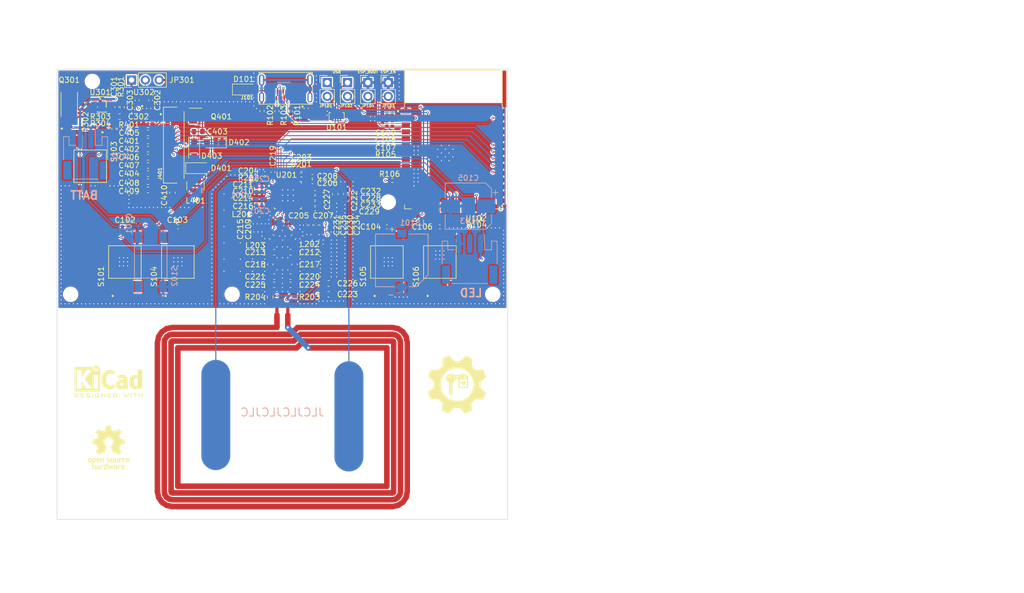
<source format=kicad_pcb>
(kicad_pcb (version 20211014) (generator pcbnew)

  (general
    (thickness 1.59)
  )

  (paper "A4")
  (layers
    (0 "F.Cu" signal)
    (1 "In1.Cu" power)
    (2 "In2.Cu" power)
    (31 "B.Cu" signal)
    (32 "B.Adhes" user "B.Adhesive")
    (33 "F.Adhes" user "F.Adhesive")
    (34 "B.Paste" user)
    (35 "F.Paste" user)
    (36 "B.SilkS" user "B.Silkscreen")
    (37 "F.SilkS" user "F.Silkscreen")
    (38 "B.Mask" user)
    (39 "F.Mask" user)
    (40 "Dwgs.User" user "User.Drawings")
    (41 "Cmts.User" user "User.Comments")
    (42 "Eco1.User" user "User.Eco1")
    (43 "Eco2.User" user "User.Eco2")
    (44 "Edge.Cuts" user)
    (45 "Margin" user)
    (46 "B.CrtYd" user "B.Courtyard")
    (47 "F.CrtYd" user "F.Courtyard")
    (48 "B.Fab" user)
    (49 "F.Fab" user)
    (50 "User.1" user)
    (51 "User.2" user)
    (52 "User.3" user)
    (53 "User.4" user)
    (54 "User.5" user)
    (55 "User.6" user)
    (56 "User.7" user)
    (57 "User.8" user)
    (58 "User.9" user)
  )

  (setup
    (stackup
      (layer "F.SilkS" (type "Top Silk Screen") (color "White"))
      (layer "F.Paste" (type "Top Solder Paste"))
      (layer "F.Mask" (type "Top Solder Mask") (color "Green") (thickness 0.01))
      (layer "F.Cu" (type "copper") (thickness 0.035))
      (layer "dielectric 1" (type "core") (thickness 0.2) (material "FR4") (epsilon_r 4.6) (loss_tangent 0.02))
      (layer "In1.Cu" (type "copper") (thickness 0.0175))
      (layer "dielectric 2" (type "prepreg") (thickness 1.065) (material "FR4") (epsilon_r 4.6) (loss_tangent 0.02))
      (layer "In2.Cu" (type "copper") (thickness 0.0175))
      (layer "dielectric 3" (type "core") (thickness 0.2) (material "FR4") (epsilon_r 4.6) (loss_tangent 0.02))
      (layer "B.Cu" (type "copper") (thickness 0.035))
      (layer "B.Mask" (type "Bottom Solder Mask") (color "Green") (thickness 0.01))
      (layer "B.Paste" (type "Bottom Solder Paste"))
      (layer "B.SilkS" (type "Bottom Silk Screen") (color "White"))
      (copper_finish "ENIG")
      (dielectric_constraints yes)
    )
    (pad_to_mask_clearance 0.05)
    (solder_mask_min_width 0.2)
    (pcbplotparams
      (layerselection 0x00010fc_ffffffff)
      (disableapertmacros false)
      (usegerberextensions true)
      (usegerberattributes true)
      (usegerberadvancedattributes true)
      (creategerberjobfile true)
      (svguseinch false)
      (svgprecision 6)
      (excludeedgelayer true)
      (plotframeref false)
      (viasonmask false)
      (mode 1)
      (useauxorigin false)
      (hpglpennumber 1)
      (hpglpenspeed 20)
      (hpglpendiameter 15.000000)
      (dxfpolygonmode true)
      (dxfimperialunits true)
      (dxfusepcbnewfont true)
      (psnegative false)
      (psa4output false)
      (plotreference true)
      (plotvalue true)
      (plotinvisibletext false)
      (sketchpadsonfab false)
      (subtractmaskfromsilk true)
      (outputformat 1)
      (mirror false)
      (drillshape 0)
      (scaleselection 1)
      (outputdirectory "out/")
    )
  )

  (net 0 "")
  (net 1 "Net-(AE202-Pad1)")
  (net 2 "Net-(AE202-Pad2)")
  (net 3 "GND")
  (net 4 "+3V3")
  (net 5 "Net-(C404-Pad2)")
  (net 6 "Net-(C405-Pad2)")
  (net 7 "Net-(C406-Pad2)")
  (net 8 "Net-(C407-Pad2)")
  (net 9 "Net-(C408-Pad2)")
  (net 10 "Net-(C409-Pad2)")
  (net 11 "+5V")
  (net 12 "USB_VBUS")
  (net 13 "MISO")
  (net 14 "MOSI")
  (net 15 "Net-(C209-Pad1)")
  (net 16 "Net-(C210-Pad1)")
  (net 17 "USB_D+")
  (net 18 "USB_D-")
  (net 19 "LED_DATA")
  (net 20 "+BATT")
  (net 21 "-BATT")
  (net 22 "SCLK")
  (net 23 "Net-(J401-Pad1)")
  (net 24 "unconnected-(J401-Pad6)")
  (net 25 "unconnected-(J401-Pad7)")
  (net 26 "DISP_BS")
  (net 27 "DISP_BUSY_N")
  (net 28 "DISP_RST")
  (net 29 "DISP_DC")
  (net 30 "DISP_SS_N")
  (net 31 "NFC_SS_N")
  (net 32 "NFC_IRQ")
  (net 33 "unconnected-(J401-Pad17)")
  (net 34 "unconnected-(J401-Pad19)")
  (net 35 "BUZZER")
  (net 36 "unconnected-(Q301-Pad1)")
  (net 37 "Net-(Q301-Pad4)")
  (net 38 "Net-(Q301-Pad5)")
  (net 39 "unconnected-(S101-Pad2)")
  (net 40 "unconnected-(S101-Pad1)")
  (net 41 "SW1")
  (net 42 "unconnected-(S102-Pad2)")
  (net 43 "unconnected-(J101-PadA1)")
  (net 44 "SW5")
  (net 45 "unconnected-(J101-PadA2)")
  (net 46 "unconnected-(J101-PadA3)")
  (net 47 "unconnected-(S104-Pad2)")
  (net 48 "unconnected-(S104-Pad1)")
  (net 49 "SW2")
  (net 50 "unconnected-(S105-Pad2)")
  (net 51 "Net-(J101-PadA5)")
  (net 52 "SW3")
  (net 53 "unconnected-(J101-PadA8)")
  (net 54 "unconnected-(J101-PadA10)")
  (net 55 "SW4")
  (net 56 "ESP_EN")
  (net 57 "ESP_BOOT")
  (net 58 "unconnected-(J101-PadA11)")
  (net 59 "ESP_D-")
  (net 60 "ESP_D+")
  (net 61 "unconnected-(J101-PadB1)")
  (net 62 "unconnected-(J101-PadB2)")
  (net 63 "SENSE_BAT")
  (net 64 "Net-(C212-Pad1)")
  (net 65 "/NFC/RFO1")
  (net 66 "/NFC/RFO2")
  (net 67 "/NFC/TRIM1_3")
  (net 68 "/NFC/TRIM2_3")
  (net 69 "/NFC/TRIM1_2")
  (net 70 "/NFC/TRIM2_2")
  (net 71 "Net-(R201-Pad2)")
  (net 72 "unconnected-(U201-Pad28)")
  (net 73 "Net-(R202-Pad2)")
  (net 74 "Net-(C213-Pad2)")
  (net 75 "Net-(C202-Pad2)")
  (net 76 "Net-(C201-Pad2)")
  (net 77 "/NFC/TRIM1_1")
  (net 78 "/NFC/TRIM2_1")
  (net 79 "/NFC/TRIM1_0")
  (net 80 "/NFC/TRIM2_0")
  (net 81 "/NFC/RFI1")
  (net 82 "/NFC/RFI2")
  (net 83 "Net-(C214-Pad1)")
  (net 84 "Net-(R302-Pad1)")
  (net 85 "unconnected-(U301-Pad4)")
  (net 86 "Net-(C301-Pad1)")
  (net 87 "Net-(AE201-Pad1)")
  (net 88 "Net-(AE201-Pad2)")
  (net 89 "Net-(C205-Pad1)")
  (net 90 "Net-(C206-Pad2)")
  (net 91 "TRIM1")
  (net 92 "TRIM2")
  (net 93 "Net-(C403-Pad1)")
  (net 94 "Net-(C403-Pad2)")
  (net 95 "unconnected-(J401-Pad4)")
  (net 96 "Net-(J401-Pad3)")
  (net 97 "unconnected-(J101-PadB3)")
  (net 98 "Net-(J101-PadB5)")
  (net 99 "unconnected-(J101-PadB8)")
  (net 100 "unconnected-(J101-PadB10)")
  (net 101 "unconnected-(J101-PadB11)")
  (net 102 "Net-(J101-PadS1)")
  (net 103 "Net-(J103-Pad2)")
  (net 104 "Net-(JP101-Pad1)")
  (net 105 "Net-(JP102-Pad1)")
  (net 106 "Net-(R106-Pad2)")
  (net 107 "Net-(S102-Pad3)")
  (net 108 "unconnected-(S103-Pad3)")
  (net 109 "unconnected-(S103-Pad4)")
  (net 110 "unconnected-(S105-Pad1)")
  (net 111 "unconnected-(S106-Pad1)")
  (net 112 "unconnected-(S106-Pad2)")
  (net 113 "unconnected-(U102-Pad9)")
  (net 114 "unconnected-(U102-Pad10)")
  (net 115 "unconnected-(U102-Pad12)")
  (net 116 "unconnected-(U102-Pad15)")
  (net 117 "unconnected-(U102-Pad17)")
  (net 118 "unconnected-(U102-Pad18)")
  (net 119 "unconnected-(U102-Pad19)")
  (net 120 "unconnected-(U102-Pad26)")
  (net 121 "unconnected-(U102-Pad28)")
  (net 122 "unconnected-(U102-Pad29)")
  (net 123 "unconnected-(U102-Pad30)")
  (net 124 "Net-(C302-Pad1)")
  (net 125 "unconnected-(U102-Pad38)")
  (net 126 "unconnected-(U101-Pad4)")
  (net 127 "unconnected-(U101-Pad5)")
  (net 128 "unconnected-(U102-Pad36)")
  (net 129 "unconnected-(U102-Pad37)")
  (net 130 "Net-(J401-Pad23)")

  (footprint "Capacitor_SMD:C_0603_1608Metric" (layer "F.Cu") (at 46.75 43.25))

  (footprint "Capacitor_SMD:C_0402_1005Metric" (layer "F.Cu") (at 77.52 52.75))

  (footprint "Resistor_SMD:R_0603_1608Metric" (layer "F.Cu") (at 73.75 69 -90))

  (footprint "Capacitor_SMD:C_0603_1608Metric" (layer "F.Cu") (at 73 66.75 180))

  (footprint "Capacitor_SMD:C_0402_1005Metric" (layer "F.Cu") (at 68 55.5 -90))

  (footprint "FH34SRJ-24S-0:HRS_FH34SRJ-24S-0.5SH(99)" (layer "F.Cu") (at 51.5 41 90))

  (footprint "FS8205A:SOP65P640X120-8N" (layer "F.Cu") (at 32.25 33.5 90))

  (footprint "Capacitor_SMD:C_0402_1005Metric" (layer "F.Cu") (at 71.75 55.5))

  (footprint "NCP167BMX330TBG:REG_NCP167BMX330TBG" (layer "F.Cu") (at 46 32.75 90))

  (footprint "Resistor_SMD:R_0402_1005Metric" (layer "F.Cu") (at 35.25 33.5 180))

  (footprint "Resistor_SMD:R_0402_1005Metric" (layer "F.Cu") (at 67.75 34.75 -90))

  (footprint "ST25R3911B-AQFT:QFN50P500X500X100-33N" (layer "F.Cu") (at 72.5 50.25))

  (footprint "Resistor_SMD:R_0603_1608Metric" (layer "F.Cu") (at 46.75 37.25))

  (footprint "Capacitor_SMD:C_0402_1005Metric" (layer "F.Cu") (at 75 45.5 180))

  (footprint "Capacitor_SMD:C_0402_1005Metric" (layer "F.Cu") (at 66.75 51.77 90))

  (footprint "Capacitor_SMD:C_0402_1005Metric" (layer "F.Cu") (at 77.02 46.75 180))

  (footprint "Symbol:KiCad-Logo2_5mm_SilkScreen" (layer "F.Cu") (at 39.5 84.5))

  (footprint "Capacitor_SMD:C_0402_1005Metric" (layer "F.Cu") (at 66.75 49.25 -90))

  (footprint "Capacitor_SMD:C_0603_1608Metric" (layer "F.Cu") (at 56 38.5 180))

  (footprint "Diode_SMD:D_SOD-123F" (layer "F.Cu") (at 59 40.5 180))

  (footprint "MountingHole:MountingHole_2.2mm_M2_ISO7380" (layer "F.Cu") (at 110.25 68.5))

  (footprint "Diode_SMD:D_SOD-123F" (layer "F.Cu") (at 55.9 45.25))

  (footprint "Antenna:Antenna_NFC" (layer "F.Cu") (at 71 91 -90))

  (footprint "Capacitor_SMD:C_0402_1005Metric" (layer "F.Cu") (at 75.75 55.75 -90))

  (footprint "Connector_PinHeader_2.54mm:PinHeader_1x02_P2.54mm_Vertical" (layer "F.Cu") (at 79.75 29.475))

  (footprint "Resistor_SMD:R_0402_1005Metric" (layer "F.Cu") (at 75 46.5 180))

  (footprint "Resistor_SMD:R_0402_1005Metric" (layer "F.Cu") (at 91.75 37 90))

  (footprint "Capacitor_SMD:C_0402_1005Metric" (layer "F.Cu")
    (tedit 5F68FEEE) (tstamp 4107c255-6a15-45d7-abf7-e1189643e4fa)
    (at 90.75 56.05 180)
    (descr "Capacitor SMD 0402 (1005 Metric), square (rectangular) end terminal, IPC_7351 nominal, (Body size source: IPC-SM-782 page 76, https://www.pcb-3d.com/wordpress/wp-content/uploads/ipc-sm-782a_amendment_1_and_2.pdf), generated with kicad-footprint-generator")
    (tags "capacitor")
    (property "MANUFACTURER" "Murata Electronics")
    (property "MPN" "GRM155R61E105KA12D")
    (property "Sheetfile" "FabReader2.kicad_sch")
    (property "Sheetname" "")
    (property "Type" "X5R")
    (path "/a31df161-c088-4a0b-8f00-b35936382705")
    (attr smd)
    (fp_text reference "C104" (at 3 0) (layer "F.SilkS")
      (effects (font (size 1 1) (thickness 0.15)))
      (tstamp 2d500d3f-13e5-4bd0-99c6-9636b93ac1c0)
    )
    (fp_text value "1µF" (at 0 1.16) (layer "F.Fab")
      (effects (font (size 1 1) (thickness 0.15)))
      (tstamp f585aa83-e295-4c8c-8d57-f3a62297fc6f)
    )
    (fp_text user "${REFERENCE}" (at 0 0) (layer "F.Fab")
      (effects (font (size 0.25 0.25) (thickness 0.04)))
      (tstamp dc81b633-044d-4b9b-a679-3b2465f40cf8)
    )
    (fp_line (start -0.107836 -0.36) (end 0.107836 -0.36) (layer "F.SilkS") (width 0.12) (tstamp b2b88af7-3252-4280-94da-6d661f85fc32))
    (fp_line (start -0.107836 0.36) (end 0.107836 0.36) (layer "F.SilkS") (width 0.12) (tstamp fb97fa38-e913-4813-bbb6-ec56f9359020))
    (fp_line (start 0.91 0.46) (end -0.91 0.46) (layer "F.CrtYd") (width 0.05) (tstamp 1ee252aa-f780-4524-a89f-73899c419c94))
    (fp_line (start -0.91 -0.46) (end 0.91 -0.46) (layer "F.CrtYd") (width 0.05) (tstamp 44b6a7c7-45d5-478d-af77-087040a31db1))
    (fp_line (start -0.91 0.46) (end -0.91 -0.46) (layer "F.CrtYd") (width 0.05) (tstamp b5c3f48e-4982-40e8-bc99-0a09846379cd))
    (fp_line (start 0.91 -0.46) (end 0.91 0.46) (layer "F.CrtYd") (width 0.05) (tstamp d8a31bbc-007b-4492-9c92-a92f2b006257))
    (fp_line (start 0.5 0.25) (end -0.5 0.25) (layer "F.Fab") (width 0.1) (tstamp 9780d6ee-b4a2-44ea-907d-1bb30473759e))
    (fp_line (start -0.5 -0.25) (end 0.5 -0.25) (layer "F.Fab") (width 0.1) (tstamp d53ab7bf-19ad-4b1d-9a62-b11e767d92da))
    (fp_line (start -0.5 0.25) (end -0.5 -0.25) (layer "F.Fab") (width 0.1) (tstamp ee44316b-709e-4216-8ce9-f851f8b5a8a8))
    (fp_line (start 0.5 -0.25) (end 0.5 0.25) (layer "F.Fab") (width 0.1) (tstamp fd313ea1-2c0b-48ad-82be-b04c1bef9db0))
    (pad "1" smd roundrect (at -0.48 0 180) (size 0.56 0.62) (layers "F.Cu" "F.Paste" "F.Mask") (roundrect_rratio 0.25)
      (net 3 "GND") (pintype "passive") (tstamp 65ad7203-c34d-4762-8e79-ac0f955083f3))
    (pad "2" smd roundrec
... [2248297 chars truncated]
</source>
